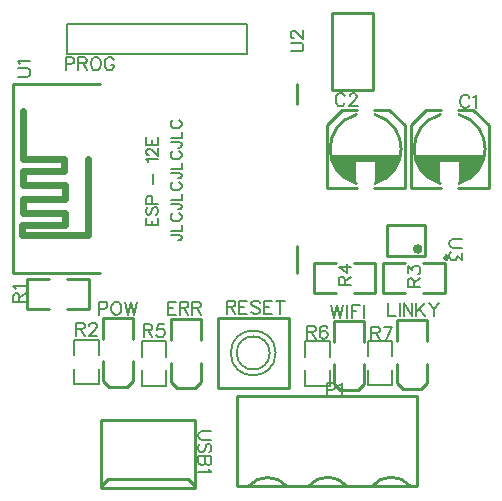
<source format=gto>
G04 Layer: TopSilkLayer*
G04 EasyEDA v6.3.22, 2020-01-22T21:57:18+01:00*
G04 bd40d7d6537d4de99fa6425ab58450c0,9eabfb72a9474bef872f988307f0334b,10*
G04 Gerber Generator version 0.2*
G04 Scale: 100 percent, Rotated: No, Reflected: No *
G04 Dimensions in inches *
G04 leading zeros omitted , absolute positions ,2 integer and 4 decimal *
%FSLAX24Y24*%
%MOIN*%
G90*
G70D02*

%ADD10C,0.010000*%
%ADD29C,0.007870*%
%ADD30C,0.008000*%
%ADD31C,0.007992*%
%ADD32C,0.024000*%
%ADD33C,0.005000*%
%ADD34C,0.015748*%
%ADD35C,0.011811*%
%ADD36C,0.006000*%

%LPD*%
G54D29*
G01X2092Y3931D02*
G01X2092Y3411D01*
G01X2907Y3411D01*
G01X2907Y3931D01*
G01X2092Y4377D02*
G01X2092Y4897D01*
G01X2907Y4897D01*
G01X2907Y4377D01*
G01X4342Y3881D02*
G01X4342Y3361D01*
G01X5157Y3361D01*
G01X5157Y3881D01*
G01X4342Y4327D02*
G01X4342Y4847D01*
G01X5157Y4847D01*
G01X5157Y4327D01*
G01X9792Y3881D02*
G01X9792Y3361D01*
G01X10607Y3361D01*
G01X10607Y3881D01*
G01X9792Y4327D02*
G01X9792Y4847D01*
G01X10607Y4847D01*
G01X10607Y4327D01*
G01X11877Y3896D02*
G01X11877Y3376D01*
G01X12692Y3376D01*
G01X12692Y3896D01*
G01X11877Y4342D02*
G01X11877Y4861D01*
G01X12692Y4861D01*
G01X12692Y4342D01*
G54D10*
G01X13780Y7668D02*
G01X13780Y8731D01*
G01X12520Y8731D01*
G01X12520Y7668D01*
G01X13780Y7668D01*
G54D30*
G01X2600Y15400D02*
G01X1850Y15400D01*
G01X1850Y14400D01*
G01X7850Y14400D01*
G01X7850Y15400D01*
G54D31*
G01X7850Y15400D02*
G01X2600Y15400D01*
G54D10*
G01X10680Y15780D02*
G01X12058Y15780D01*
G01X12059Y15780D02*
G01X12059Y13220D01*
G01X12058Y13220D02*
G01X10680Y13220D01*
G01X10681Y13220D02*
G01X10681Y15780D01*
G01X7500Y3000D02*
G01X7500Y0D01*
G01X7500Y0D01*
G01X7500Y3000D02*
G01X11500Y3000D01*
G01X7500Y0D02*
G01X11500Y0D01*
G01X11500Y3000D02*
G01X13500Y3000D01*
G01X11500Y0D02*
G01X13500Y0D01*
G01X13500Y3000D02*
G01X13500Y0D01*
G01X6124Y2225D02*
G01X6124Y-34D01*
G01X6124Y2229D02*
G01X2975Y2229D01*
G01X2975Y2229D02*
G01X2975Y-30D01*
G01X6124Y-37D02*
G01X2975Y-37D01*
G01X5884Y241D02*
G01X3219Y241D01*
G01X6117Y-37D02*
G01X6117Y9D01*
G01X5884Y241D01*
G01X2987Y-30D02*
G01X2987Y9D01*
G01X3219Y241D01*
G01X4050Y4930D02*
G01X4050Y5630D01*
G01X3050Y5630D01*
G01X3050Y4930D01*
G01X3050Y4180D02*
G01X3050Y3530D01*
G01X3250Y3330D01*
G01X3850Y3330D01*
G01X4050Y3530D01*
G01X4050Y4180D01*
G01X6300Y4880D02*
G01X6300Y5580D01*
G01X5300Y5580D01*
G01X5300Y4880D01*
G01X5300Y4130D02*
G01X5300Y3480D01*
G01X5500Y3280D01*
G01X6100Y3280D01*
G01X6300Y3480D01*
G01X6300Y4130D01*
G01X13835Y4845D02*
G01X13835Y5545D01*
G01X12835Y5545D01*
G01X12835Y4845D01*
G01X12835Y4095D02*
G01X12835Y3445D01*
G01X13035Y3245D01*
G01X13635Y3245D01*
G01X13835Y3445D01*
G01X13835Y4095D01*
G01X60Y13410D02*
G01X2930Y13410D01*
G01X2930Y7110D02*
G01X60Y7110D01*
G01X60Y7110D02*
G01X60Y13410D01*
G54D32*
G01X2260Y8370D02*
G01X340Y8370D01*
G01X340Y8370D02*
G01X340Y8730D01*
G01X340Y8730D02*
G01X1790Y8730D01*
G01X1790Y8730D02*
G01X1790Y9120D01*
G01X1790Y9120D02*
G01X370Y9120D01*
G01X370Y9120D02*
G01X370Y9590D01*
G01X370Y9590D02*
G01X1790Y9590D01*
G01X1790Y9590D02*
G01X1790Y10060D01*
G01X1790Y10060D02*
G01X370Y10060D01*
G01X370Y10060D02*
G01X370Y10500D01*
G01X370Y10500D02*
G01X1750Y10500D01*
G01X1750Y10500D02*
G01X1750Y10930D01*
G01X1750Y10930D02*
G01X370Y10930D01*
G01X370Y10930D02*
G01X370Y12500D01*
G01X2300Y8370D02*
G01X2540Y8370D01*
G01X2540Y8370D02*
G01X2540Y10930D01*
G54D10*
G01X9510Y8020D02*
G01X9510Y7110D01*
G01X9510Y13410D02*
G01X9510Y12740D01*
G01X13301Y9950D02*
G01X13301Y12036D01*
G01X15899Y12036D02*
G01X15899Y9950D01*
G01X13813Y12548D02*
G01X13301Y12036D01*
G01X15387Y12548D02*
G01X15899Y12036D01*
G01X15387Y12548D02*
G01X14888Y12548D01*
G01X14312Y12548D02*
G01X13813Y12548D01*
G01X15899Y9950D02*
G01X14888Y9950D01*
G01X14312Y9950D02*
G01X13301Y9950D01*
G01X10501Y9950D02*
G01X10501Y12036D01*
G01X13099Y12036D02*
G01X13099Y9950D01*
G01X11013Y12548D02*
G01X10501Y12036D01*
G01X12587Y12548D02*
G01X13099Y12036D01*
G01X12587Y12548D02*
G01X12088Y12548D01*
G01X11512Y12548D02*
G01X11013Y12548D01*
G01X13099Y9950D02*
G01X12088Y9950D01*
G01X11512Y9950D02*
G01X10501Y9950D01*
G01X6869Y5631D02*
G01X9231Y5631D01*
G01X9231Y3269D01*
G01X6869Y3269D01*
G01X6869Y5631D01*
G01X11400Y6450D02*
G01X12127Y6450D01*
G01X12127Y7450D01*
G01X11400Y7450D01*
G01X10800Y7450D02*
G01X10068Y7450D01*
G01X10068Y6450D01*
G01X10800Y6450D01*
G01X1250Y6900D02*
G01X522Y6900D01*
G01X522Y5900D01*
G01X1250Y5900D01*
G01X1850Y5900D02*
G01X2581Y5900D01*
G01X2581Y6900D01*
G01X1850Y6900D01*
G01X13100Y7450D02*
G01X12372Y7450D01*
G01X12372Y6450D01*
G01X13100Y6450D01*
G01X13700Y6450D02*
G01X14431Y6450D01*
G01X14431Y7450D01*
G01X13700Y7450D01*
G01X11750Y4830D02*
G01X11750Y5530D01*
G01X10750Y5530D01*
G01X10750Y4830D01*
G01X10750Y4080D02*
G01X10750Y3430D01*
G01X10950Y3230D01*
G01X11550Y3230D01*
G01X11750Y3430D01*
G01X11750Y4080D01*
G54D33*
G01X5296Y8382D02*
G01X5587Y8382D01*
G01X5642Y8364D01*
G01X5660Y8345D01*
G01X5678Y8309D01*
G01X5678Y8273D01*
G01X5660Y8236D01*
G01X5642Y8218D01*
G01X5587Y8200D01*
G01X5551Y8200D01*
G01X5296Y8502D02*
G01X5678Y8502D01*
G01X5678Y8502D02*
G01X5678Y8720D01*
G01X5387Y9113D02*
G01X5351Y9095D01*
G01X5315Y9058D01*
G01X5296Y9022D01*
G01X5296Y8949D01*
G01X5315Y8913D01*
G01X5351Y8876D01*
G01X5387Y8858D01*
G01X5442Y8840D01*
G01X5533Y8840D01*
G01X5587Y8858D01*
G01X5624Y8876D01*
G01X5660Y8913D01*
G01X5678Y8949D01*
G01X5678Y9022D01*
G01X5660Y9058D01*
G01X5624Y9095D01*
G01X5587Y9113D01*
G01X5296Y9415D02*
G01X5587Y9415D01*
G01X5642Y9396D01*
G01X5660Y9378D01*
G01X5678Y9342D01*
G01X5678Y9305D01*
G01X5660Y9269D01*
G01X5642Y9251D01*
G01X5587Y9233D01*
G01X5551Y9233D01*
G01X5296Y9535D02*
G01X5678Y9535D01*
G01X5678Y9535D02*
G01X5678Y9753D01*
G01X5387Y10145D02*
G01X5351Y10127D01*
G01X5315Y10091D01*
G01X5296Y10055D01*
G01X5296Y9982D01*
G01X5315Y9945D01*
G01X5351Y9909D01*
G01X5387Y9891D01*
G01X5442Y9873D01*
G01X5533Y9873D01*
G01X5587Y9891D01*
G01X5624Y9909D01*
G01X5660Y9945D01*
G01X5678Y9982D01*
G01X5678Y10055D01*
G01X5660Y10091D01*
G01X5624Y10127D01*
G01X5587Y10145D01*
G01X5296Y10447D02*
G01X5587Y10447D01*
G01X5642Y10429D01*
G01X5660Y10411D01*
G01X5678Y10375D01*
G01X5678Y10338D01*
G01X5660Y10302D01*
G01X5642Y10284D01*
G01X5587Y10265D01*
G01X5551Y10265D01*
G01X5296Y10567D02*
G01X5678Y10567D01*
G01X5678Y10567D02*
G01X5678Y10785D01*
G01X5387Y11178D02*
G01X5351Y11160D01*
G01X5315Y11124D01*
G01X5296Y11087D01*
G01X5296Y11015D01*
G01X5315Y10978D01*
G01X5351Y10942D01*
G01X5387Y10924D01*
G01X5442Y10905D01*
G01X5533Y10905D01*
G01X5587Y10924D01*
G01X5624Y10942D01*
G01X5660Y10978D01*
G01X5678Y11015D01*
G01X5678Y11087D01*
G01X5660Y11124D01*
G01X5624Y11160D01*
G01X5587Y11178D01*
G01X5296Y11480D02*
G01X5587Y11480D01*
G01X5642Y11462D01*
G01X5660Y11444D01*
G01X5678Y11407D01*
G01X5678Y11371D01*
G01X5660Y11335D01*
G01X5642Y11316D01*
G01X5587Y11298D01*
G01X5551Y11298D01*
G01X5296Y11600D02*
G01X5678Y11600D01*
G01X5678Y11600D02*
G01X5678Y11818D01*
G01X5387Y12211D02*
G01X5351Y12193D01*
G01X5315Y12156D01*
G01X5296Y12120D01*
G01X5296Y12047D01*
G01X5315Y12011D01*
G01X5351Y11975D01*
G01X5387Y11956D01*
G01X5442Y11938D01*
G01X5533Y11938D01*
G01X5587Y11956D01*
G01X5624Y11975D01*
G01X5660Y12011D01*
G01X5678Y12047D01*
G01X5678Y12120D01*
G01X5660Y12156D01*
G01X5624Y12193D01*
G01X5587Y12211D01*
G54D36*
G01X2150Y5454D02*
G01X2150Y5025D01*
G01X2150Y5454D02*
G01X2334Y5454D01*
G01X2395Y5434D01*
G01X2416Y5413D01*
G01X2436Y5372D01*
G01X2436Y5331D01*
G01X2416Y5290D01*
G01X2395Y5270D01*
G01X2334Y5250D01*
G01X2150Y5250D01*
G01X2293Y5250D02*
G01X2436Y5025D01*
G01X2592Y5352D02*
G01X2592Y5372D01*
G01X2612Y5413D01*
G01X2633Y5434D01*
G01X2674Y5454D01*
G01X2755Y5454D01*
G01X2796Y5434D01*
G01X2817Y5413D01*
G01X2837Y5372D01*
G01X2837Y5331D01*
G01X2817Y5290D01*
G01X2776Y5229D01*
G01X2571Y5025D01*
G01X2858Y5025D01*
G01X4400Y5404D02*
G01X4400Y4975D01*
G01X4400Y5404D02*
G01X4584Y5404D01*
G01X4645Y5384D01*
G01X4666Y5363D01*
G01X4686Y5322D01*
G01X4686Y5281D01*
G01X4666Y5240D01*
G01X4645Y5220D01*
G01X4584Y5200D01*
G01X4400Y5200D01*
G01X4543Y5200D02*
G01X4686Y4975D01*
G01X5067Y5404D02*
G01X4862Y5404D01*
G01X4842Y5220D01*
G01X4862Y5240D01*
G01X4924Y5261D01*
G01X4985Y5261D01*
G01X5046Y5240D01*
G01X5087Y5200D01*
G01X5108Y5138D01*
G01X5108Y5097D01*
G01X5087Y5036D01*
G01X5046Y4995D01*
G01X4985Y4975D01*
G01X4924Y4975D01*
G01X4862Y4995D01*
G01X4842Y5015D01*
G01X4821Y5056D01*
G01X9850Y5354D02*
G01X9850Y4925D01*
G01X9850Y5354D02*
G01X10034Y5354D01*
G01X10095Y5334D01*
G01X10116Y5313D01*
G01X10136Y5272D01*
G01X10136Y5231D01*
G01X10116Y5190D01*
G01X10095Y5170D01*
G01X10034Y5150D01*
G01X9850Y5150D01*
G01X9993Y5150D02*
G01X10136Y4925D01*
G01X10517Y5293D02*
G01X10496Y5334D01*
G01X10435Y5354D01*
G01X10394Y5354D01*
G01X10333Y5334D01*
G01X10292Y5272D01*
G01X10271Y5170D01*
G01X10271Y5068D01*
G01X10292Y4986D01*
G01X10333Y4945D01*
G01X10394Y4925D01*
G01X10415Y4925D01*
G01X10476Y4945D01*
G01X10517Y4986D01*
G01X10537Y5047D01*
G01X10537Y5068D01*
G01X10517Y5129D01*
G01X10476Y5170D01*
G01X10415Y5190D01*
G01X10394Y5190D01*
G01X10333Y5170D01*
G01X10292Y5129D01*
G01X10271Y5068D01*
G01X11985Y5319D02*
G01X11985Y4890D01*
G01X11985Y5319D02*
G01X12169Y5319D01*
G01X12230Y5299D01*
G01X12251Y5278D01*
G01X12271Y5237D01*
G01X12271Y5196D01*
G01X12251Y5155D01*
G01X12230Y5135D01*
G01X12169Y5115D01*
G01X11985Y5115D01*
G01X12128Y5115D02*
G01X12271Y4890D01*
G01X12693Y5319D02*
G01X12488Y4890D01*
G01X12406Y5319D02*
G01X12693Y5319D01*
G01X15004Y8250D02*
G01X14697Y8250D01*
G01X14636Y8230D01*
G01X14595Y8189D01*
G01X14575Y8127D01*
G01X14575Y8086D01*
G01X14595Y8025D01*
G01X14636Y7984D01*
G01X14697Y7964D01*
G01X15004Y7964D01*
G01X15004Y7788D02*
G01X15004Y7563D01*
G01X14840Y7685D01*
G01X14840Y7624D01*
G01X14820Y7583D01*
G01X14800Y7563D01*
G01X14738Y7542D01*
G01X14697Y7542D01*
G01X14636Y7563D01*
G01X14595Y7604D01*
G01X14575Y7665D01*
G01X14575Y7726D01*
G01X14595Y7788D01*
G01X14615Y7808D01*
G01X14656Y7829D01*
G01X1800Y14304D02*
G01X1800Y13875D01*
G01X1800Y14304D02*
G01X1984Y14304D01*
G01X2045Y14284D01*
G01X2066Y14263D01*
G01X2086Y14222D01*
G01X2086Y14161D01*
G01X2066Y14120D01*
G01X2045Y14100D01*
G01X1984Y14079D01*
G01X1800Y14079D01*
G01X2221Y14304D02*
G01X2221Y13875D01*
G01X2221Y14304D02*
G01X2405Y14304D01*
G01X2467Y14284D01*
G01X2487Y14263D01*
G01X2508Y14222D01*
G01X2508Y14181D01*
G01X2487Y14140D01*
G01X2467Y14120D01*
G01X2405Y14100D01*
G01X2221Y14100D01*
G01X2365Y14100D02*
G01X2508Y13875D01*
G01X2765Y14304D02*
G01X2725Y14284D01*
G01X2684Y14243D01*
G01X2663Y14202D01*
G01X2643Y14140D01*
G01X2643Y14038D01*
G01X2663Y13977D01*
G01X2684Y13936D01*
G01X2725Y13895D01*
G01X2765Y13875D01*
G01X2847Y13875D01*
G01X2888Y13895D01*
G01X2929Y13936D01*
G01X2950Y13977D01*
G01X2970Y14038D01*
G01X2970Y14140D01*
G01X2950Y14202D01*
G01X2929Y14243D01*
G01X2888Y14284D01*
G01X2847Y14304D01*
G01X2765Y14304D01*
G01X3412Y14202D02*
G01X3391Y14243D01*
G01X3350Y14284D01*
G01X3310Y14304D01*
G01X3228Y14304D01*
G01X3187Y14284D01*
G01X3146Y14243D01*
G01X3125Y14202D01*
G01X3105Y14140D01*
G01X3105Y14038D01*
G01X3125Y13977D01*
G01X3146Y13936D01*
G01X3187Y13895D01*
G01X3228Y13875D01*
G01X3310Y13875D01*
G01X3350Y13895D01*
G01X3391Y13936D01*
G01X3412Y13977D01*
G01X3412Y14038D01*
G01X3310Y14038D02*
G01X3412Y14038D01*
G01X9297Y14500D02*
G01X9604Y14500D01*
G01X9665Y14520D01*
G01X9706Y14561D01*
G01X9726Y14623D01*
G01X9726Y14664D01*
G01X9706Y14725D01*
G01X9665Y14766D01*
G01X9604Y14786D01*
G01X9297Y14786D01*
G01X9399Y14942D02*
G01X9379Y14942D01*
G01X9338Y14962D01*
G01X9317Y14983D01*
G01X9297Y15024D01*
G01X9297Y15105D01*
G01X9317Y15146D01*
G01X9338Y15167D01*
G01X9379Y15187D01*
G01X9420Y15187D01*
G01X9461Y15167D01*
G01X9522Y15126D01*
G01X9726Y14921D01*
G01X9726Y15208D01*
G01X10500Y3454D02*
G01X10500Y3025D01*
G01X10500Y3454D02*
G01X10684Y3454D01*
G01X10745Y3434D01*
G01X10766Y3413D01*
G01X10786Y3372D01*
G01X10786Y3311D01*
G01X10766Y3270D01*
G01X10745Y3250D01*
G01X10684Y3229D01*
G01X10500Y3229D01*
G01X10921Y3372D02*
G01X10962Y3393D01*
G01X11024Y3454D01*
G01X11024Y3025D01*
G01X6654Y1850D02*
G01X6347Y1850D01*
G01X6286Y1830D01*
G01X6245Y1789D01*
G01X6225Y1727D01*
G01X6225Y1686D01*
G01X6245Y1625D01*
G01X6286Y1584D01*
G01X6347Y1564D01*
G01X6654Y1564D01*
G01X6593Y1142D02*
G01X6634Y1183D01*
G01X6654Y1245D01*
G01X6654Y1326D01*
G01X6634Y1388D01*
G01X6593Y1429D01*
G01X6552Y1429D01*
G01X6511Y1408D01*
G01X6490Y1388D01*
G01X6470Y1347D01*
G01X6429Y1224D01*
G01X6409Y1183D01*
G01X6388Y1163D01*
G01X6347Y1142D01*
G01X6286Y1142D01*
G01X6245Y1183D01*
G01X6225Y1245D01*
G01X6225Y1326D01*
G01X6245Y1388D01*
G01X6286Y1429D01*
G01X6654Y1007D02*
G01X6225Y1007D01*
G01X6654Y1007D02*
G01X6654Y823D01*
G01X6634Y762D01*
G01X6613Y741D01*
G01X6572Y721D01*
G01X6531Y721D01*
G01X6490Y741D01*
G01X6470Y762D01*
G01X6450Y823D01*
G01X6450Y1007D02*
G01X6450Y823D01*
G01X6429Y762D01*
G01X6409Y741D01*
G01X6368Y721D01*
G01X6306Y721D01*
G01X6265Y741D01*
G01X6245Y762D01*
G01X6225Y823D01*
G01X6225Y1007D01*
G01X6572Y586D02*
G01X6593Y545D01*
G01X6654Y484D01*
G01X6225Y484D01*
G01X2900Y6154D02*
G01X2900Y5725D01*
G01X2900Y6154D02*
G01X3084Y6154D01*
G01X3145Y6134D01*
G01X3166Y6113D01*
G01X3186Y6072D01*
G01X3186Y6011D01*
G01X3166Y5970D01*
G01X3145Y5950D01*
G01X3084Y5929D01*
G01X2900Y5929D01*
G01X3444Y6154D02*
G01X3403Y6134D01*
G01X3362Y6093D01*
G01X3342Y6052D01*
G01X3321Y5990D01*
G01X3321Y5888D01*
G01X3342Y5827D01*
G01X3362Y5786D01*
G01X3403Y5745D01*
G01X3444Y5725D01*
G01X3526Y5725D01*
G01X3567Y5745D01*
G01X3608Y5786D01*
G01X3628Y5827D01*
G01X3649Y5888D01*
G01X3649Y5990D01*
G01X3628Y6052D01*
G01X3608Y6093D01*
G01X3567Y6134D01*
G01X3526Y6154D01*
G01X3444Y6154D01*
G01X3784Y6154D02*
G01X3886Y5725D01*
G01X3988Y6154D02*
G01X3886Y5725D01*
G01X3988Y6154D02*
G01X4090Y5725D01*
G01X4193Y6154D02*
G01X4090Y5725D01*
G01X5200Y6154D02*
G01X5200Y5725D01*
G01X5200Y6154D02*
G01X5466Y6154D01*
G01X5200Y5950D02*
G01X5364Y5950D01*
G01X5200Y5725D02*
G01X5466Y5725D01*
G01X5601Y6154D02*
G01X5601Y5725D01*
G01X5601Y6154D02*
G01X5785Y6154D01*
G01X5846Y6134D01*
G01X5867Y6113D01*
G01X5887Y6072D01*
G01X5887Y6031D01*
G01X5867Y5990D01*
G01X5846Y5970D01*
G01X5785Y5950D01*
G01X5601Y5950D01*
G01X5744Y5950D02*
G01X5887Y5725D01*
G01X6022Y6154D02*
G01X6022Y5725D01*
G01X6022Y6154D02*
G01X6206Y6154D01*
G01X6268Y6134D01*
G01X6288Y6113D01*
G01X6309Y6072D01*
G01X6309Y6031D01*
G01X6288Y5990D01*
G01X6268Y5970D01*
G01X6206Y5950D01*
G01X6022Y5950D01*
G01X6165Y5950D02*
G01X6309Y5725D01*
G01X12550Y6104D02*
G01X12550Y5675D01*
G01X12550Y5675D02*
G01X12795Y5675D01*
G01X12930Y6104D02*
G01X12930Y5675D01*
G01X13065Y6104D02*
G01X13065Y5675D01*
G01X13065Y6104D02*
G01X13352Y5675D01*
G01X13352Y6104D02*
G01X13352Y5675D01*
G01X13487Y6104D02*
G01X13487Y5675D01*
G01X13773Y6104D02*
G01X13487Y5818D01*
G01X13589Y5920D02*
G01X13773Y5675D01*
G01X13908Y6104D02*
G01X14072Y5900D01*
G01X14072Y5675D01*
G01X14235Y6104D02*
G01X14072Y5900D01*
G01X196Y13650D02*
G01X503Y13650D01*
G01X564Y13670D01*
G01X605Y13711D01*
G01X625Y13773D01*
G01X625Y13814D01*
G01X605Y13875D01*
G01X564Y13916D01*
G01X503Y13936D01*
G01X196Y13936D01*
G01X278Y14071D02*
G01X257Y14112D01*
G01X196Y14174D01*
G01X625Y14174D01*
G01X4482Y8700D02*
G01X4864Y8700D01*
G01X4482Y8700D02*
G01X4482Y8936D01*
G01X4664Y8700D02*
G01X4664Y8845D01*
G01X4864Y8700D02*
G01X4864Y8936D01*
G01X4536Y9311D02*
G01X4500Y9275D01*
G01X4482Y9220D01*
G01X4482Y9147D01*
G01X4500Y9093D01*
G01X4536Y9056D01*
G01X4573Y9056D01*
G01X4609Y9075D01*
G01X4627Y9093D01*
G01X4645Y9129D01*
G01X4682Y9238D01*
G01X4700Y9275D01*
G01X4718Y9293D01*
G01X4755Y9311D01*
G01X4809Y9311D01*
G01X4845Y9275D01*
G01X4864Y9220D01*
G01X4864Y9147D01*
G01X4845Y9093D01*
G01X4809Y9056D01*
G01X4482Y9431D02*
G01X4864Y9431D01*
G01X4482Y9431D02*
G01X4482Y9595D01*
G01X4500Y9649D01*
G01X4518Y9667D01*
G01X4555Y9685D01*
G01X4609Y9685D01*
G01X4645Y9667D01*
G01X4664Y9649D01*
G01X4682Y9595D01*
G01X4682Y9431D01*
G01X4700Y10085D02*
G01X4700Y10413D01*
G01X4555Y10813D02*
G01X4536Y10849D01*
G01X4482Y10904D01*
G01X4864Y10904D01*
G01X4573Y11042D02*
G01X4555Y11042D01*
G01X4518Y11060D01*
G01X4500Y11078D01*
G01X4482Y11115D01*
G01X4482Y11187D01*
G01X4500Y11224D01*
G01X4518Y11242D01*
G01X4555Y11260D01*
G01X4591Y11260D01*
G01X4627Y11242D01*
G01X4682Y11205D01*
G01X4864Y11024D01*
G01X4864Y11278D01*
G01X4482Y11398D02*
G01X4864Y11398D01*
G01X4482Y11398D02*
G01X4482Y11635D01*
G01X4664Y11398D02*
G01X4664Y11544D01*
G01X4864Y11398D02*
G01X4864Y11635D01*
G01X15257Y12952D02*
G01X15236Y12993D01*
G01X15195Y13034D01*
G01X15155Y13054D01*
G01X15073Y13054D01*
G01X15032Y13034D01*
G01X14991Y12993D01*
G01X14970Y12952D01*
G01X14950Y12890D01*
G01X14950Y12788D01*
G01X14970Y12727D01*
G01X14991Y12686D01*
G01X15032Y12645D01*
G01X15073Y12625D01*
G01X15155Y12625D01*
G01X15195Y12645D01*
G01X15236Y12686D01*
G01X15257Y12727D01*
G01X15392Y12972D02*
G01X15433Y12993D01*
G01X15494Y13054D01*
G01X15494Y12625D01*
G01X11107Y13002D02*
G01X11086Y13043D01*
G01X11045Y13084D01*
G01X11005Y13104D01*
G01X10923Y13104D01*
G01X10882Y13084D01*
G01X10841Y13043D01*
G01X10820Y13002D01*
G01X10800Y12940D01*
G01X10800Y12838D01*
G01X10820Y12777D01*
G01X10841Y12736D01*
G01X10882Y12695D01*
G01X10923Y12675D01*
G01X11005Y12675D01*
G01X11045Y12695D01*
G01X11086Y12736D01*
G01X11107Y12777D01*
G01X11262Y13002D02*
G01X11262Y13022D01*
G01X11283Y13063D01*
G01X11303Y13084D01*
G01X11344Y13104D01*
G01X11426Y13104D01*
G01X11467Y13084D01*
G01X11487Y13063D01*
G01X11508Y13022D01*
G01X11508Y12981D01*
G01X11487Y12940D01*
G01X11446Y12879D01*
G01X11242Y12675D01*
G01X11528Y12675D01*
G01X7165Y6189D02*
G01X7165Y5760D01*
G01X7165Y6189D02*
G01X7349Y6189D01*
G01X7410Y6169D01*
G01X7431Y6148D01*
G01X7451Y6107D01*
G01X7451Y6066D01*
G01X7431Y6025D01*
G01X7410Y6005D01*
G01X7349Y5985D01*
G01X7165Y5985D01*
G01X7308Y5985D02*
G01X7451Y5760D01*
G01X7586Y6189D02*
G01X7586Y5760D01*
G01X7586Y6189D02*
G01X7852Y6189D01*
G01X7586Y5985D02*
G01X7750Y5985D01*
G01X7586Y5760D02*
G01X7852Y5760D01*
G01X8274Y6128D02*
G01X8233Y6169D01*
G01X8171Y6189D01*
G01X8090Y6189D01*
G01X8028Y6169D01*
G01X7987Y6128D01*
G01X7987Y6087D01*
G01X8008Y6046D01*
G01X8028Y6025D01*
G01X8069Y6005D01*
G01X8192Y5964D01*
G01X8233Y5944D01*
G01X8253Y5923D01*
G01X8274Y5882D01*
G01X8274Y5821D01*
G01X8233Y5780D01*
G01X8171Y5760D01*
G01X8090Y5760D01*
G01X8028Y5780D01*
G01X7987Y5821D01*
G01X8409Y6189D02*
G01X8409Y5760D01*
G01X8409Y6189D02*
G01X8675Y6189D01*
G01X8409Y5985D02*
G01X8572Y5985D01*
G01X8409Y5760D02*
G01X8675Y5760D01*
G01X8953Y6189D02*
G01X8953Y5760D01*
G01X8810Y6189D02*
G01X9096Y6189D01*
G01X10896Y6700D02*
G01X11325Y6700D01*
G01X10896Y6700D02*
G01X10896Y6884D01*
G01X10916Y6945D01*
G01X10937Y6966D01*
G01X10978Y6986D01*
G01X11019Y6986D01*
G01X11060Y6966D01*
G01X11080Y6945D01*
G01X11100Y6884D01*
G01X11100Y6700D01*
G01X11100Y6843D02*
G01X11325Y6986D01*
G01X10896Y7326D02*
G01X11182Y7121D01*
G01X11182Y7428D01*
G01X10896Y7326D02*
G01X11325Y7326D01*
G01X46Y6150D02*
G01X475Y6150D01*
G01X46Y6150D02*
G01X46Y6334D01*
G01X66Y6395D01*
G01X87Y6416D01*
G01X128Y6436D01*
G01X169Y6436D01*
G01X210Y6416D01*
G01X230Y6395D01*
G01X250Y6334D01*
G01X250Y6150D01*
G01X250Y6293D02*
G01X475Y6436D01*
G01X128Y6571D02*
G01X107Y6612D01*
G01X46Y6674D01*
G01X475Y6674D01*
G01X13196Y6650D02*
G01X13625Y6650D01*
G01X13196Y6650D02*
G01X13196Y6834D01*
G01X13216Y6895D01*
G01X13237Y6916D01*
G01X13278Y6936D01*
G01X13319Y6936D01*
G01X13360Y6916D01*
G01X13380Y6895D01*
G01X13400Y6834D01*
G01X13400Y6650D01*
G01X13400Y6793D02*
G01X13625Y6936D01*
G01X13196Y7112D02*
G01X13196Y7337D01*
G01X13360Y7215D01*
G01X13360Y7276D01*
G01X13380Y7317D01*
G01X13400Y7337D01*
G01X13462Y7358D01*
G01X13503Y7358D01*
G01X13564Y7337D01*
G01X13605Y7296D01*
G01X13625Y7235D01*
G01X13625Y7174D01*
G01X13605Y7112D01*
G01X13585Y7092D01*
G01X13544Y7071D01*
G01X10650Y6054D02*
G01X10752Y5625D01*
G01X10855Y6054D02*
G01X10752Y5625D01*
G01X10855Y6054D02*
G01X10957Y5625D01*
G01X11059Y6054D02*
G01X10957Y5625D01*
G01X11194Y6054D02*
G01X11194Y5625D01*
G01X11329Y6054D02*
G01X11329Y5625D01*
G01X11329Y6054D02*
G01X11595Y6054D01*
G01X11329Y5850D02*
G01X11493Y5850D01*
G01X11730Y6054D02*
G01X11730Y5625D01*
G54D34*
G75*
G01X13534Y7836D02*
G03X13532Y7836I-1J79D01*
G01*
G54D35*
G75*
G01X14489Y7570D02*
G03X14488Y7570I0J59D01*
G01*
G54D10*
G75*
G01X7884Y0D02*
G02X9184Y0I650J-554D01*
G01*
G75*
G01X9884Y0D02*
G02X11184Y0I650J-526D01*
G01*
G75*
G01X12000Y0D02*
G02X13300Y0I650J-526D01*
G01*
G75*
G01X14915Y10108D02*
G03X14915Y12392I-315J1142D01*
G01*
G75*
G01X14285Y12392D02*
G03X14285Y10108I315J-1142D01*
G01*
G75*
G01X12115Y10108D02*
G03X12115Y12392I-315J1142D01*
G01*
G75*
G01X11485Y12392D02*
G03X11485Y10108I315J-1142D01*
G01*
G54D33*
G75*
G01X8601Y4450D02*
G03X8601Y4450I-551J0D01*
G01*
G75*
G01X8798Y4450D02*
G03X8798Y4450I-748J0D01*
G01*

%LPD*%
G36*
G01X15741Y11053D02*
G01X13419Y11053D01*
G01X13497Y10856D01*
G01X13576Y10698D01*
G01X13655Y10541D01*
G01X13773Y10383D01*
G01X13930Y10305D01*
G01X14048Y10187D01*
G01X14206Y10147D01*
G01X14285Y10108D01*
G01X14285Y10817D01*
G01X14915Y10817D01*
G01X14915Y10108D01*
G01X15151Y10187D01*
G01X15308Y10265D01*
G01X15426Y10383D01*
G01X15505Y10502D01*
G01X15623Y10620D01*
G01X15702Y10817D01*
G01X15741Y11053D01*
G37*

%LPD*%
G36*
G01X12941Y11053D02*
G01X10619Y11053D01*
G01X10697Y10856D01*
G01X10776Y10698D01*
G01X10855Y10541D01*
G01X10973Y10383D01*
G01X11130Y10305D01*
G01X11248Y10187D01*
G01X11406Y10147D01*
G01X11485Y10108D01*
G01X11485Y10817D01*
G01X12115Y10817D01*
G01X12115Y10108D01*
G01X12351Y10187D01*
G01X12508Y10265D01*
G01X12626Y10383D01*
G01X12705Y10502D01*
G01X12823Y10620D01*
G01X12902Y10817D01*
G01X12941Y11053D01*
G37*
M00*
M02*

</source>
